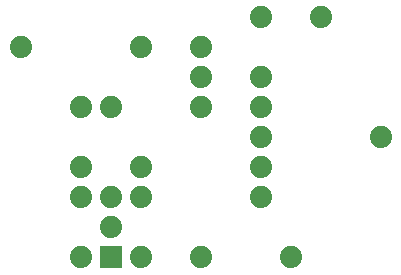
<source format=gts>
G75*
%MOIN*%
%OFA0B0*%
%FSLAX25Y25*%
%IPPOS*%
%LPD*%
%AMOC8*
5,1,8,0,0,1.08239X$1,22.5*
%
%ADD10C,0.07400*%
%ADD11R,0.07400X0.07400*%
D10*
X0031236Y0011236D03*
X0041236Y0021236D03*
X0041236Y0031236D03*
X0031236Y0031236D03*
X0031236Y0041236D03*
X0051236Y0041236D03*
X0051236Y0031236D03*
X0051236Y0011236D03*
X0071236Y0011236D03*
X0091236Y0031236D03*
X0091236Y0041236D03*
X0091236Y0051236D03*
X0091236Y0061236D03*
X0091236Y0071236D03*
X0071236Y0071236D03*
X0071236Y0061236D03*
X0071236Y0081236D03*
X0091236Y0091236D03*
X0111236Y0091236D03*
X0131236Y0051236D03*
X0101236Y0011236D03*
X0041236Y0061236D03*
X0031236Y0061236D03*
X0011236Y0081236D03*
X0051236Y0081236D03*
D11*
X0041236Y0011236D03*
M02*

</source>
